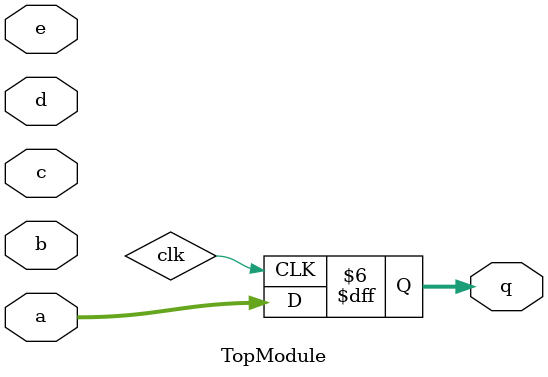
<source format=sv>

module TopModule (
  input [3:0] a,
  input [3:0] b,
  input [3:0] c,
  input [3:0] d,
  input [3:0] e,
  output reg [3:0] q
);
always @(posedge clk) begin
  // Timescale directive should be outside the module definition
  `timescale ins/ns unit ns

  // Parity calculation for inputs b, c, d, and e
  q = ~(b + c + d + e);

  // Encode the input a
  q <= a;
end

// Endmodule declaration
endmodule

</source>
